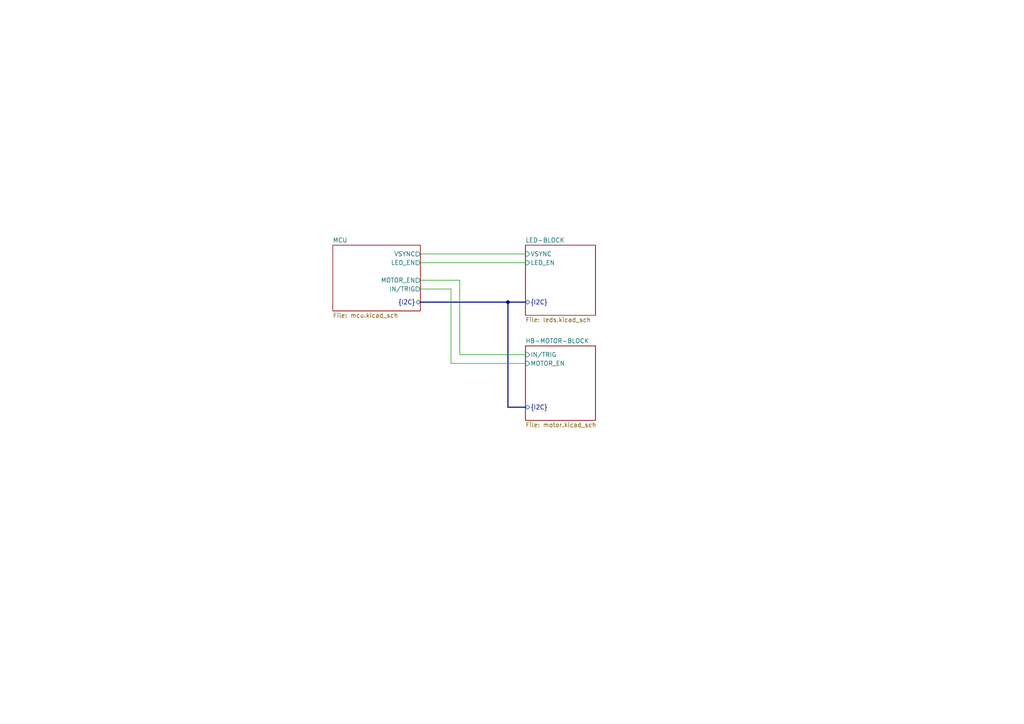
<source format=kicad_sch>
(kicad_sch
	(version 20231120)
	(generator "eeschema")
	(generator_version "8.0")
	(uuid "d9d3e190-305d-4eb2-baba-5c519b0ce725")
	(paper "A4")
	(lib_symbols)
	(bus_alias "I2C"
		(members "SCL" "SDA")
	)
	(junction
		(at 147.32 87.63)
		(diameter 0)
		(color 0 0 0 0)
		(uuid "bc4d6d1e-86f4-4a41-a11a-a1154ec98be5")
	)
	(wire
		(pts
			(xy 130.81 105.41) (xy 130.81 83.82)
		)
		(stroke
			(width 0)
			(type default)
		)
		(uuid "0794bc6e-8e5b-4e80-b0cb-8e8f17f94a0c")
	)
	(bus
		(pts
			(xy 152.4 87.63) (xy 147.32 87.63)
		)
		(stroke
			(width 0)
			(type default)
		)
		(uuid "222bc9e7-2527-45b1-9e71-ede43dc83682")
	)
	(bus
		(pts
			(xy 147.32 87.63) (xy 147.32 118.11)
		)
		(stroke
			(width 0)
			(type default)
		)
		(uuid "2612803a-5234-41bc-aef5-310c03c76573")
	)
	(wire
		(pts
			(xy 130.81 105.41) (xy 152.4 105.41)
		)
		(stroke
			(width 0)
			(type default)
		)
		(uuid "2beb21ed-0128-4072-9eb6-def3df1cc497")
	)
	(wire
		(pts
			(xy 133.35 81.28) (xy 121.92 81.28)
		)
		(stroke
			(width 0)
			(type default)
		)
		(uuid "2c9af4d5-93eb-4c5c-8cc6-c98a43f08fe5")
	)
	(bus
		(pts
			(xy 147.32 118.11) (xy 152.4 118.11)
		)
		(stroke
			(width 0)
			(type default)
		)
		(uuid "3e990643-9203-4376-9194-bd5960c409fe")
	)
	(wire
		(pts
			(xy 133.35 102.87) (xy 152.4 102.87)
		)
		(stroke
			(width 0)
			(type default)
		)
		(uuid "48b5a6b9-9cca-4c77-ac19-d80cf154528b")
	)
	(bus
		(pts
			(xy 121.92 87.63) (xy 147.32 87.63)
		)
		(stroke
			(width 0)
			(type default)
		)
		(uuid "97cc6d74-8782-41ef-9fa7-0e8784b6cd49")
	)
	(wire
		(pts
			(xy 121.92 73.66) (xy 152.4 73.66)
		)
		(stroke
			(width 0)
			(type default)
		)
		(uuid "cc2525b1-e3f5-4601-9f52-ac37ace7de51")
	)
	(wire
		(pts
			(xy 130.81 83.82) (xy 121.92 83.82)
		)
		(stroke
			(width 0)
			(type default)
		)
		(uuid "dff64848-639b-45aa-8447-fd7f49f19c76")
	)
	(wire
		(pts
			(xy 121.92 76.2) (xy 152.4 76.2)
		)
		(stroke
			(width 0)
			(type default)
		)
		(uuid "e79ace67-ff34-46eb-b5ea-ae4c288b0737")
	)
	(wire
		(pts
			(xy 133.35 102.87) (xy 133.35 81.28)
		)
		(stroke
			(width 0)
			(type default)
		)
		(uuid "edcfe0a9-d0b7-47cb-9609-403f37969807")
	)
	(sheet
		(at 96.52 71.12)
		(size 25.4 19.05)
		(fields_autoplaced yes)
		(stroke
			(width 0.1524)
			(type solid)
		)
		(fill
			(color 0 0 0 0.0000)
		)
		(uuid "163df148-5d90-4194-bae0-ee8589fadf74")
		(property "Sheetname" "MCU"
			(at 96.52 70.4084 0)
			(effects
				(font
					(size 1.27 1.27)
				)
				(justify left bottom)
			)
		)
		(property "Sheetfile" "mcu.kicad_sch"
			(at 96.52 90.7546 0)
			(effects
				(font
					(size 1.27 1.27)
				)
				(justify left top)
			)
		)
		(pin "{I2C}" bidirectional
			(at 121.92 87.63 0)
			(effects
				(font
					(size 1.27 1.27)
				)
				(justify right)
			)
			(uuid "431a12dc-11fb-488b-8bbd-f0f4b8d8e32e")
		)
		(pin "VSYNC" output
			(at 121.92 73.66 0)
			(effects
				(font
					(size 1.27 1.27)
				)
				(justify right)
			)
			(uuid "5a19a6b7-2fbd-46b1-b51c-5833a3a0f04b")
		)
		(pin "MOTOR_EN" output
			(at 121.92 81.28 0)
			(effects
				(font
					(size 1.27 1.27)
				)
				(justify right)
			)
			(uuid "d32f8416-15cb-4a4c-88e9-de9d7b7d0911")
		)
		(pin "LED_EN" output
			(at 121.92 76.2 0)
			(effects
				(font
					(size 1.27 1.27)
				)
				(justify right)
			)
			(uuid "3b013863-2bbc-46b2-8763-5ce33689362a")
		)
		(pin "IN{slash}TRIG" output
			(at 121.92 83.82 0)
			(effects
				(font
					(size 1.27 1.27)
				)
				(justify right)
			)
			(uuid "001404c5-e111-4d55-bbc9-e1d50757eeec")
		)
		(instances
			(project "minimi"
				(path "/d9d3e190-305d-4eb2-baba-5c519b0ce725"
					(page "2")
				)
			)
		)
	)
	(sheet
		(at 152.4 100.33)
		(size 20.32 21.59)
		(fields_autoplaced yes)
		(stroke
			(width 0.1524)
			(type solid)
		)
		(fill
			(color 0 0 0 0.0000)
		)
		(uuid "c37f6ab7-d767-47bf-8209-b662ce5347ce")
		(property "Sheetname" "HB-MOTOR-BLOCK"
			(at 152.4 99.6184 0)
			(effects
				(font
					(size 1.27 1.27)
				)
				(justify left bottom)
			)
		)
		(property "Sheetfile" "motor.kicad_sch"
			(at 152.4 122.5046 0)
			(effects
				(font
					(size 1.27 1.27)
				)
				(justify left top)
			)
		)
		(pin "IN{slash}TRIG" input
			(at 152.4 102.87 180)
			(effects
				(font
					(size 1.27 1.27)
				)
				(justify left)
			)
			(uuid "1bf7e7dc-173d-4a9a-9574-764bcb74b3bc")
		)
		(pin "MOTOR_EN" input
			(at 152.4 105.41 180)
			(effects
				(font
					(size 1.27 1.27)
				)
				(justify left)
			)
			(uuid "cf4fb31a-285c-4308-826e-6556df85f2f0")
		)
		(pin "{I2C}" bidirectional
			(at 152.4 118.11 180)
			(effects
				(font
					(size 1.27 1.27)
				)
				(justify left)
			)
			(uuid "ca1aefb7-431d-4b38-86c4-ecbeeb4ad404")
		)
		(instances
			(project "minimi"
				(path "/d9d3e190-305d-4eb2-baba-5c519b0ce725"
					(page "4")
				)
			)
		)
	)
	(sheet
		(at 152.4 71.12)
		(size 20.32 20.32)
		(fields_autoplaced yes)
		(stroke
			(width 0.1524)
			(type solid)
		)
		(fill
			(color 0 0 0 0.0000)
		)
		(uuid "e6e2dc93-bd90-478e-814a-40dcf84e1221")
		(property "Sheetname" "LED-BLOCK"
			(at 152.4 70.4084 0)
			(effects
				(font
					(size 1.27 1.27)
				)
				(justify left bottom)
			)
		)
		(property "Sheetfile" "leds.kicad_sch"
			(at 152.4 92.0246 0)
			(effects
				(font
					(size 1.27 1.27)
				)
				(justify left top)
			)
		)
		(pin "VSYNC" input
			(at 152.4 73.66 180)
			(effects
				(font
					(size 1.27 1.27)
				)
				(justify left)
			)
			(uuid "bd34d4c0-fe8b-4d11-bb17-27efedec6f2e")
		)
		(pin "LED_EN" input
			(at 152.4 76.2 180)
			(effects
				(font
					(size 1.27 1.27)
				)
				(justify left)
			)
			(uuid "90c8d343-e420-42e5-b788-6f142072a4df")
		)
		(pin "{I2C}" bidirectional
			(at 152.4 87.63 180)
			(effects
				(font
					(size 1.27 1.27)
				)
				(justify left)
			)
			(uuid "edc22c41-ed76-45c4-abd9-fc04ef5d0872")
		)
		(instances
			(project "minimi"
				(path "/d9d3e190-305d-4eb2-baba-5c519b0ce725"
					(page "3")
				)
			)
		)
	)
	(sheet_instances
		(path "/"
			(page "1")
		)
	)
)

</source>
